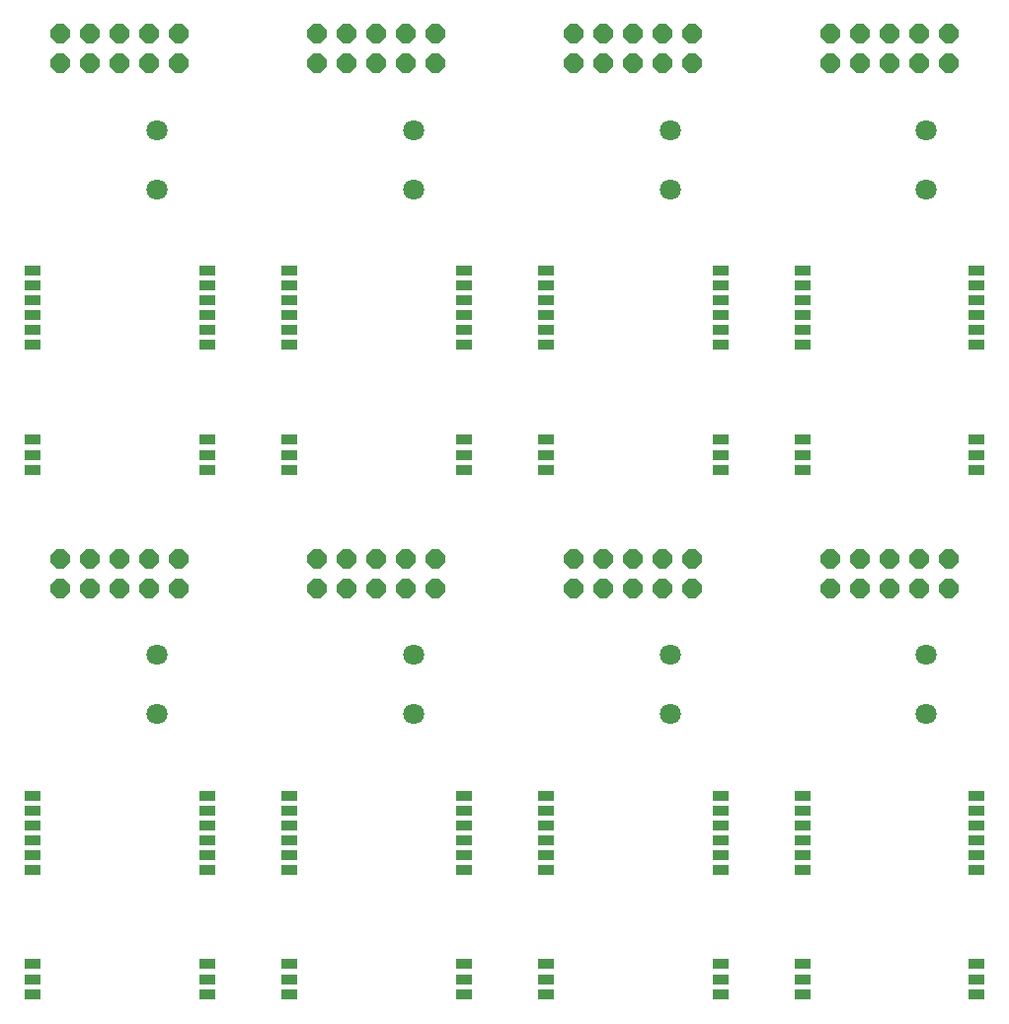
<source format=gts>
%MOIN*%
%OFA0B0*%
%FSLAX25Y25*%
%IPPOS*%
%LPD*%
%AMOC8*
5,1,8,0,0,$1,22.5*%
%AMCOMP67*
4,1,7,
-0.013254807051444783,0.031999934950236529,
0.013254807051444779,0.031999934950236529,
0.031999934950236529,0.013254807051444786,
0.031999934950236529,-0.013254807051444779,
0.013254807051444788,-0.031999934950236529,
-0.013254807051444778,-0.031999934950236536,
-0.031999934950236522,-0.01325480705144479,
-0.031999934950236536,0.013254807051444778,
0*%
%AMOC80*
5,1,8,0,0,$1,22.5*%
%AMCOMP710*
4,1,7,
-0.013254807051444783,0.031999934950236529,
0.013254807051444779,0.031999934950236529,
0.031999934950236529,0.013254807051444786,
0.031999934950236529,-0.013254807051444779,
0.013254807051444788,-0.031999934950236529,
-0.013254807051444778,-0.031999934950236536,
-0.031999934950236522,-0.01325480705144479,
-0.031999934950236536,0.013254807051444778,
0*%
%AMOC81*
5,1,8,0,0,$1,22.5*%
%AMCOMP750*
4,1,7,
-0.013254807051444783,0.031999934950236529,
0.013254807051444779,0.031999934950236529,
0.031999934950236529,0.013254807051444786,
0.031999934950236529,-0.013254807051444779,
0.013254807051444788,-0.031999934950236529,
-0.013254807051444778,-0.031999934950236536,
-0.031999934950236522,-0.01325480705144479,
-0.031999934950236536,0.013254807051444778,
0*%
%AMOC80*
5,1,8,0,0,$1,22.5*%
%AMCOMP790*
4,1,7,
-0.013254807051444783,0.031999934950236529,
0.013254807051444779,0.031999934950236529,
0.031999934950236529,0.013254807051444786,
0.031999934950236529,-0.013254807051444779,
0.013254807051444788,-0.031999934950236529,
-0.013254807051444778,-0.031999934950236536,
-0.031999934950236522,-0.01325480705144479,
-0.031999934950236536,0.013254807051444778,
0*%
%AMOC81*
5,1,8,0,0,$1,22.5*%
%AMCOMP830*
4,1,7,
-0.013254807051444783,0.031999934950236529,
0.013254807051444779,0.031999934950236529,
0.031999934950236529,0.013254807051444786,
0.031999934950236529,-0.013254807051444779,
0.013254807051444788,-0.031999934950236529,
-0.013254807051444778,-0.031999934950236536,
-0.031999934950236522,-0.01325480705144479,
-0.031999934950236536,0.013254807051444778,
0*%
%AMOC80*
5,1,8,0,0,$1,22.5*%
%AMCOMP870*
4,1,7,
-0.013254807051444783,0.031999934950236529,
0.013254807051444779,0.031999934950236529,
0.031999934950236529,0.013254807051444786,
0.031999934950236529,-0.013254807051444779,
0.013254807051444788,-0.031999934950236529,
-0.013254807051444778,-0.031999934950236536,
-0.031999934950236522,-0.01325480705144479,
-0.031999934950236536,0.013254807051444778,
0*%
%AMOC81*
5,1,8,0,0,$1,22.5*%
%AMCOMP910*
4,1,7,
-0.013254807051444783,0.031999934950236529,
0.013254807051444779,0.031999934950236529,
0.031999934950236529,0.013254807051444786,
0.031999934950236529,-0.013254807051444779,
0.013254807051444788,-0.031999934950236529,
-0.013254807051444778,-0.031999934950236536,
-0.031999934950236522,-0.01325480705144479,
-0.031999934950236536,0.013254807051444778,
0*%
%AMOC80*
5,1,8,0,0,$1,22.5*%
%AMCOMP950*
4,1,7,
-0.013254807051444783,0.031999934950236529,
0.013254807051444779,0.031999934950236529,
0.031999934950236529,0.013254807051444786,
0.031999934950236529,-0.013254807051444779,
0.013254807051444788,-0.031999934950236529,
-0.013254807051444778,-0.031999934950236536,
-0.031999934950236522,-0.01325480705144479,
-0.031999934950236536,0.013254807051444778,
0*%
%ADD10R,0.058X0.033*%
%AMCOMP105*
4,1,7,
-0.013254807051444783,0.031999934950236529,
0.013254807051444779,0.031999934950236529,
0.031999934950236529,0.013254807051444786,
0.031999934950236529,-0.013254807051444779,
0.013254807051444788,-0.031999934950236529,
-0.013254807051444778,-0.031999934950236536,
-0.031999934950236522,-0.01325480705144479,
-0.031999934950236536,0.013254807051444778,
0*%
%ADD11COMP105,0.064*%
%ADD12C,0.07099*%
%ADD23R,0.058X0.033*%
%AMCOMP106*
4,1,7,
-0.013254807051444783,0.031999934950236529,
0.013254807051444779,0.031999934950236529,
0.031999934950236529,0.013254807051444786,
0.031999934950236529,-0.013254807051444779,
0.013254807051444788,-0.031999934950236529,
-0.013254807051444778,-0.031999934950236536,
-0.031999934950236522,-0.01325480705144479,
-0.031999934950236536,0.013254807051444778,
0*%
%ADD24COMP106,0.064*%
%ADD25C,0.07099*%
%ADD26R,0.058X0.033*%
%AMCOMP107*
4,1,7,
-0.013254807051444783,0.031999934950236529,
0.013254807051444779,0.031999934950236529,
0.031999934950236529,0.013254807051444786,
0.031999934950236529,-0.013254807051444779,
0.013254807051444788,-0.031999934950236529,
-0.013254807051444778,-0.031999934950236536,
-0.031999934950236522,-0.01325480705144479,
-0.031999934950236536,0.013254807051444778,
0*%
%ADD27COMP107,0.064*%
%ADD28C,0.07099*%
%ADD29R,0.058X0.033*%
%AMCOMP108*
4,1,7,
-0.013254807051444783,0.031999934950236529,
0.013254807051444779,0.031999934950236529,
0.031999934950236529,0.013254807051444786,
0.031999934950236529,-0.013254807051444779,
0.013254807051444788,-0.031999934950236529,
-0.013254807051444778,-0.031999934950236536,
-0.031999934950236522,-0.01325480705144479,
-0.031999934950236536,0.013254807051444778,
0*%
%ADD30COMP108,0.064*%
%ADD31C,0.07099*%
%ADD32R,0.058X0.033*%
%AMCOMP109*
4,1,7,
-0.013254807051444783,0.031999934950236529,
0.013254807051444779,0.031999934950236529,
0.031999934950236529,0.013254807051444786,
0.031999934950236529,-0.013254807051444779,
0.013254807051444788,-0.031999934950236529,
-0.013254807051444778,-0.031999934950236536,
-0.031999934950236522,-0.01325480705144479,
-0.031999934950236536,0.013254807051444778,
0*%
%ADD33COMP109,0.064*%
%ADD34C,0.07099*%
%ADD35R,0.058X0.033*%
%AMCOMP110*
4,1,7,
-0.013254807051444783,0.031999934950236529,
0.013254807051444779,0.031999934950236529,
0.031999934950236529,0.013254807051444786,
0.031999934950236529,-0.013254807051444779,
0.013254807051444788,-0.031999934950236529,
-0.013254807051444778,-0.031999934950236536,
-0.031999934950236522,-0.01325480705144479,
-0.031999934950236536,0.013254807051444778,
0*%
%ADD36COMP110,0.064*%
%ADD37C,0.07099*%
%ADD38R,0.058X0.033*%
%AMCOMP111*
4,1,7,
-0.013254807051444783,0.031999934950236529,
0.013254807051444779,0.031999934950236529,
0.031999934950236529,0.013254807051444786,
0.031999934950236529,-0.013254807051444779,
0.013254807051444788,-0.031999934950236529,
-0.013254807051444778,-0.031999934950236536,
-0.031999934950236522,-0.01325480705144479,
-0.031999934950236536,0.013254807051444778,
0*%
%ADD39COMP111,0.064*%
%ADD40C,0.07099*%
%ADD41R,0.058X0.033*%
%AMCOMP112*
4,1,7,
-0.013254807051444783,0.031999934950236529,
0.013254807051444779,0.031999934950236529,
0.031999934950236529,0.013254807051444786,
0.031999934950236529,-0.013254807051444779,
0.013254807051444788,-0.031999934950236529,
-0.013254807051444778,-0.031999934950236536,
-0.031999934950236522,-0.01325480705144479,
-0.031999934950236536,0.013254807051444778,
0*%
%ADD42COMP112,0.064*%
%ADD43C,0.07099*%
G75*
D10*
X0019685Y0011811D02*
X0029504Y0021394D03*
X0029504Y0026394D03*
X0029504Y0031787D03*
X0029504Y0063598D03*
X0029504Y0068598D03*
X0029504Y0073598D03*
X0029504Y0078597D03*
X0029504Y0083598D03*
X0029504Y0088597D03*
X0088441Y0088597D03*
X0088441Y0083598D03*
X0088441Y0078597D03*
X0088441Y0073598D03*
X0088441Y0068598D03*
X0088441Y0063598D03*
X0088441Y0031787D03*
X0088441Y0026394D03*
X0088441Y0021394D03*
D11*
X0078972Y0158598D03*
X0078972Y0168598D03*
X0068972Y0168598D03*
X0068972Y0158598D03*
X0058972Y0158598D03*
X0058972Y0168598D03*
X0048972Y0168598D03*
X0048972Y0158598D03*
X0038972Y0158598D03*
X0038972Y0168598D03*
D12*
X0071472Y0136098D03*
X0071472Y0116097D03*
G04 next file*
G75*
D23*
X0106299Y0011811D02*
X0116118Y0021394D03*
X0116118Y0026394D03*
X0116118Y0031787D03*
X0116118Y0063598D03*
X0116118Y0068598D03*
X0116118Y0073598D03*
X0116118Y0078597D03*
X0116118Y0083598D03*
X0116118Y0088597D03*
X0175055Y0088597D03*
X0175055Y0083598D03*
X0175055Y0078597D03*
X0175055Y0073598D03*
X0175055Y0068598D03*
X0175055Y0063598D03*
X0175055Y0031787D03*
X0175055Y0026394D03*
X0175055Y0021394D03*
D24*
X0165586Y0158598D03*
X0165586Y0168598D03*
X0155586Y0168598D03*
X0155586Y0158598D03*
X0145586Y0158598D03*
X0145586Y0168598D03*
X0135586Y0168598D03*
X0135586Y0158598D03*
X0125586Y0158598D03*
X0125586Y0168598D03*
D25*
X0158086Y0136098D03*
X0158086Y0116097D03*
G04 next file*
G75*
D26*
X0192913Y0011811D02*
X0202732Y0021394D03*
X0202732Y0026394D03*
X0202732Y0031787D03*
X0202732Y0063598D03*
X0202732Y0068598D03*
X0202732Y0073598D03*
X0202732Y0078597D03*
X0202732Y0083598D03*
X0202732Y0088597D03*
X0261669Y0088597D03*
X0261669Y0083598D03*
X0261669Y0078597D03*
X0261669Y0073598D03*
X0261669Y0068598D03*
X0261669Y0063598D03*
X0261669Y0031787D03*
X0261669Y0026394D03*
X0261669Y0021394D03*
D27*
X0252199Y0158598D03*
X0252199Y0168598D03*
X0242200Y0168598D03*
X0242200Y0158598D03*
X0232200Y0158598D03*
X0232200Y0168598D03*
X0222200Y0168598D03*
X0222200Y0158598D03*
X0212200Y0158598D03*
X0212200Y0168598D03*
D28*
X0244700Y0136098D03*
X0244700Y0116097D03*
G04 next file*
G75*
D29*
X0279527Y0011811D02*
X0289346Y0021394D03*
X0289346Y0026394D03*
X0289346Y0031787D03*
X0289346Y0063598D03*
X0289346Y0068598D03*
X0289346Y0073598D03*
X0289346Y0078597D03*
X0289346Y0083598D03*
X0289346Y0088597D03*
X0348283Y0088597D03*
X0348283Y0083598D03*
X0348283Y0078597D03*
X0348283Y0073598D03*
X0348283Y0068598D03*
X0348283Y0063598D03*
X0348283Y0031787D03*
X0348283Y0026394D03*
X0348283Y0021394D03*
D30*
X0338814Y0158598D03*
X0338814Y0168598D03*
X0328814Y0168598D03*
X0328814Y0158598D03*
X0318814Y0158598D03*
X0318814Y0168598D03*
X0308814Y0168598D03*
X0308814Y0158598D03*
X0298814Y0158598D03*
X0298814Y0168598D03*
D31*
X0331314Y0136098D03*
X0331314Y0116097D03*
G04 next file*
G75*
D32*
X0019685Y0188976D02*
X0029504Y0198559D03*
X0029504Y0203559D03*
X0029504Y0208951D03*
X0029504Y0240763D03*
X0029504Y0245763D03*
X0029504Y0250762D03*
X0029504Y0255763D03*
X0029504Y0260763D03*
X0029504Y0265763D03*
X0088441Y0265763D03*
X0088441Y0260763D03*
X0088441Y0255763D03*
X0088441Y0250762D03*
X0088441Y0245763D03*
X0088441Y0240763D03*
X0088441Y0208951D03*
X0088441Y0203559D03*
X0088441Y0198559D03*
D33*
X0078972Y0335763D03*
X0078972Y0345763D03*
X0068972Y0345763D03*
X0068972Y0335763D03*
X0058972Y0335763D03*
X0058972Y0345763D03*
X0048972Y0345763D03*
X0048972Y0335763D03*
X0038972Y0335763D03*
X0038972Y0345763D03*
D34*
X0071472Y0313263D03*
X0071472Y0293263D03*
G04 next file*
G75*
D35*
X0106299Y0188976D02*
X0116118Y0198559D03*
X0116118Y0203559D03*
X0116118Y0208951D03*
X0116118Y0240763D03*
X0116118Y0245763D03*
X0116118Y0250762D03*
X0116118Y0255763D03*
X0116118Y0260763D03*
X0116118Y0265763D03*
X0175055Y0265763D03*
X0175055Y0260763D03*
X0175055Y0255763D03*
X0175055Y0250762D03*
X0175055Y0245763D03*
X0175055Y0240763D03*
X0175055Y0208951D03*
X0175055Y0203559D03*
X0175055Y0198559D03*
D36*
X0165586Y0335763D03*
X0165586Y0345763D03*
X0155586Y0345763D03*
X0155586Y0335763D03*
X0145586Y0335763D03*
X0145586Y0345763D03*
X0135586Y0345763D03*
X0135586Y0335763D03*
X0125586Y0335763D03*
X0125586Y0345763D03*
D37*
X0158086Y0313263D03*
X0158086Y0293263D03*
G04 next file*
G75*
D38*
X0192913Y0188976D02*
X0202732Y0198559D03*
X0202732Y0203559D03*
X0202732Y0208951D03*
X0202732Y0240763D03*
X0202732Y0245763D03*
X0202732Y0250762D03*
X0202732Y0255763D03*
X0202732Y0260763D03*
X0202732Y0265763D03*
X0261669Y0265763D03*
X0261669Y0260763D03*
X0261669Y0255763D03*
X0261669Y0250762D03*
X0261669Y0245763D03*
X0261669Y0240763D03*
X0261669Y0208951D03*
X0261669Y0203559D03*
X0261669Y0198559D03*
D39*
X0252199Y0335763D03*
X0252199Y0345763D03*
X0242200Y0345763D03*
X0242200Y0335763D03*
X0232200Y0335763D03*
X0232200Y0345763D03*
X0222200Y0345763D03*
X0222200Y0335763D03*
X0212200Y0335763D03*
X0212200Y0345763D03*
D40*
X0244700Y0313263D03*
X0244700Y0293263D03*
G04 next file*
G75*
D41*
X0279527Y0188976D02*
X0289346Y0198559D03*
X0289346Y0203559D03*
X0289346Y0208951D03*
X0289346Y0240763D03*
X0289346Y0245763D03*
X0289346Y0250762D03*
X0289346Y0255763D03*
X0289346Y0260763D03*
X0289346Y0265763D03*
X0348283Y0265763D03*
X0348283Y0260763D03*
X0348283Y0255763D03*
X0348283Y0250762D03*
X0348283Y0245763D03*
X0348283Y0240763D03*
X0348283Y0208951D03*
X0348283Y0203559D03*
X0348283Y0198559D03*
D42*
X0338814Y0335763D03*
X0338814Y0345763D03*
X0328814Y0345763D03*
X0328814Y0335763D03*
X0318814Y0335763D03*
X0318814Y0345763D03*
X0308814Y0345763D03*
X0308814Y0335763D03*
X0298814Y0335763D03*
X0298814Y0345763D03*
D43*
X0331314Y0313263D03*
X0331314Y0293263D03*
M02*
</source>
